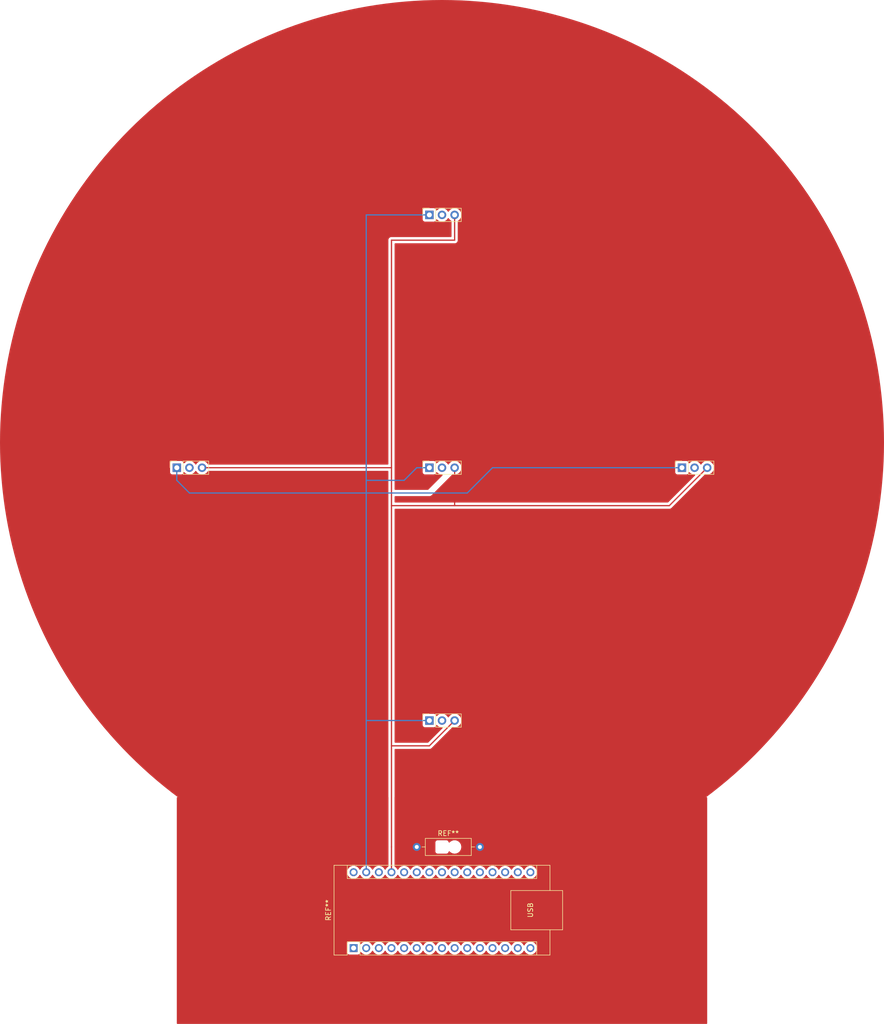
<source format=kicad_pcb>
(kicad_pcb (version 20221018) (generator pcbnew)
  (layers (0 "F.Cu" signal) (1 "In1.Cu" signal "Fi.Cu") (2 "In2.Cu" signal "Bi.Cu") (31 "B.Cu" signal) (34 "B.Paste" user) (35 "F.Paste" user) (36 "B.SilkS" user "B.Silkscreen") (37 "F.SilkS" user "F.Silkscreen") (38 "B.Mask" user) (39 "F.Mask" user) (44 "Edge.Cuts" user))
  (net 0 "")
  (footprint "Connector_PinSocket_2.54mm:PinSocket_1x03_P2.54mm_Vertical" (layer "F.Cu") (at 152.4 137.16 90)
    (fp_text reference "REF**" hide)
    (fp_text value "PinSocket_1x03_P2.54mm_Vertical" hide)
    (fp_line (start -1.33 1.27) (end -1.33 6.41) (stroke (width 0.12)) (layer "F.SilkS"))
    (fp_line (start -1.33 1.27) (end 1.33 1.27) (stroke (width 0.12)) (layer "F.SilkS"))
    (fp_line (start -1.33 6.41) (end 1.33 6.41) (stroke (width 0.12)) (layer "F.SilkS"))
    (fp_line (start 0 -1.33) (end 1.33 -1.33) (stroke (width 0.12)) (layer "F.SilkS"))
    (fp_line (start 1.33 -1.33) (end 1.33 0) (stroke (width 0.12)) (layer "F.SilkS"))
    (fp_line (start 1.33 1.27) (end 1.33 6.41) (stroke (width 0.12)) (layer "F.SilkS"))
    (pad "1" thru_hole rect (at 0 0 90) (size 1.7 1.7) (drill 1) (layers "*.Cu" "*.Mask"))
    (pad "2" thru_hole oval (at 0 2.54 90) (size 1.7 1.7) (drill 1) (layers "*.Cu" "*.Mask"))
    (pad "3" thru_hole oval (at 0 5.08 90) (size 1.7 1.7) (drill 1) (layers "*.Cu" "*.Mask"))
  )
  (footprint "Connector_PinSocket_2.54mm:PinSocket_1x03_P2.54mm_Vertical" (layer "F.Cu") (at 254 137.16 90)
    (fp_text reference "REF**" hide)
    (fp_text value "PinSocket_1x03_P2.54mm_Vertical" hide)
    (fp_line (start -1.33 1.27) (end -1.33 6.41) (stroke (width 0.12)) (layer "F.SilkS"))
    (fp_line (start -1.33 1.27) (end 1.33 1.27) (stroke (width 0.12)) (layer "F.SilkS"))
    (fp_line (start -1.33 6.41) (end 1.33 6.41) (stroke (width 0.12)) (layer "F.SilkS"))
    (fp_line (start 0 -1.33) (end 1.33 -1.33) (stroke (width 0.12)) (layer "F.SilkS"))
    (fp_line (start 1.33 -1.33) (end 1.33 0) (stroke (width 0.12)) (layer "F.SilkS"))
    (fp_line (start 1.33 1.27) (end 1.33 6.41) (stroke (width 0.12)) (layer "F.SilkS"))
    (pad "1" thru_hole rect (at 0 0 90) (size 1.7 1.7) (drill 1) (layers "*.Cu" "*.Mask"))
    (pad "2" thru_hole oval (at 0 2.54 90) (size 1.7 1.7) (drill 1) (layers "*.Cu" "*.Mask"))
    (pad "3" thru_hole oval (at 0 5.08 90) (size 1.7 1.7) (drill 1) (layers "*.Cu" "*.Mask"))
  )
  (footprint "Connector_PinSocket_2.54mm:PinSocket_1x03_P2.54mm_Vertical" (layer "F.Cu") (at 203.2 137.16 90)
    (fp_text reference "REF**" hide)
    (fp_text value "PinSocket_1x03_P2.54mm_Vertical" hide)
    (fp_line (start -1.33 1.27) (end -1.33 6.41) (stroke (width 0.12)) (layer "F.SilkS"))
    (fp_line (start -1.33 1.27) (end 1.33 1.27) (stroke (width 0.12)) (layer "F.SilkS"))
    (fp_line (start -1.33 6.41) (end 1.33 6.41) (stroke (width 0.12)) (layer "F.SilkS"))
    (fp_line (start 0 -1.33) (end 1.33 -1.33) (stroke (width 0.12)) (layer "F.SilkS"))
    (fp_line (start 1.33 -1.33) (end 1.33 0) (stroke (width 0.12)) (layer "F.SilkS"))
    (fp_line (start 1.33 1.27) (end 1.33 6.41) (stroke (width 0.12)) (layer "F.SilkS"))
    (pad "1" thru_hole rect (at 0 0 90) (size 1.7 1.7) (drill 1) (layers "*.Cu" "*.Mask"))
    (pad "2" thru_hole oval (at 0 2.54 90) (size 1.7 1.7) (drill 1) (layers "*.Cu" "*.Mask"))
    (pad "3" thru_hole oval (at 0 5.08 90) (size 1.7 1.7) (drill 1) (layers "*.Cu" "*.Mask"))
  )
  (footprint "Resistor_THT:R_Axial_DIN0309_L9.0mm_D3.2mm_P12.70mm_Horizontal" (layer "F.Cu") (at 200.66 213.36)
    (fp_text reference "REF**" (at 6.35 -2.72) (layer "F.SilkS"))
    (fp_text value "R_Axial_DIN0309_L9.0mm_D3.2mm_P12.70mm_Horizontal")
    (fp_line (start 1.04 0) (end 1.73 0) (stroke (width 0.12)) (layer "F.SilkS"))
    (fp_line (start 1.73 -1.72) (end 1.73 1.72) (stroke (width 0.12)) (layer "F.SilkS"))
    (fp_line (start 1.73 1.72) (end 10.97 1.72) (stroke (width 0.12)) (layer "F.SilkS"))
    (fp_line (start 10.97 -1.72) (end 1.73 -1.72) (stroke (width 0.12)) (layer "F.SilkS"))
    (fp_line (start 10.97 1.72) (end 10.97 -1.72) (stroke (width 0.12)) (layer "F.SilkS"))
    (fp_line (start 11.66 0) (end 10.97 0) (stroke (width 0.12)) (layer "F.SilkS"))
    (pad "1" thru_hole circle (at 0 0) (size 1.6 1.6) (drill 0.8) (layers "*.Cu" "*.Mask"))
    (pad "2" thru_hole oval (at 12.7 0) (size 1.6 1.6) (drill 0.8) (layers "*.Cu" "*.Mask"))
  )
  (footprint "Connector_PinSocket_2.54mm:PinSocket_1x03_P2.54mm_Vertical" (layer "F.Cu") (at 203.2 86.36 90)
    (fp_text reference "REF**" hide)
    (fp_text value "PinSocket_1x03_P2.54mm_Vertical" hide)
    (fp_line (start -1.33 1.27) (end -1.33 6.41) (stroke (width 0.12)) (layer "F.SilkS"))
    (fp_line (start -1.33 1.27) (end 1.33 1.27) (stroke (width 0.12)) (layer "F.SilkS"))
    (fp_line (start -1.33 6.41) (end 1.33 6.41) (stroke (width 0.12)) (layer "F.SilkS"))
    (fp_line (start 0 -1.33) (end 1.33 -1.33) (stroke (width 0.12)) (layer "F.SilkS"))
    (fp_line (start 1.33 -1.33) (end 1.33 0) (stroke (width 0.12)) (layer "F.SilkS"))
    (fp_line (start 1.33 1.27) (end 1.33 6.41) (stroke (width 0.12)) (layer "F.SilkS"))
    (pad "1" thru_hole rect (at 0 0 90) (size 1.7 1.7) (drill 1) (layers "*.Cu" "*.Mask"))
    (pad "2" thru_hole oval (at 0 2.54 90) (size 1.7 1.7) (drill 1) (layers "*.Cu" "*.Mask"))
    (pad "3" thru_hole oval (at 0 5.08 90) (size 1.7 1.7) (drill 1) (layers "*.Cu" "*.Mask"))
  )
  (footprint "Connector_PinSocket_2.54mm:PinSocket_1x03_P2.54mm_Vertical" (layer "F.Cu") (at 203.2 187.96 90)
    (fp_text reference "REF**" hide)
    (fp_text value "PinSocket_1x03_P2.54mm_Vertical" hide)
    (fp_line (start -1.33 1.27) (end -1.33 6.41) (stroke (width 0.12)) (layer "F.SilkS"))
    (fp_line (start -1.33 1.27) (end 1.33 1.27) (stroke (width 0.12)) (layer "F.SilkS"))
    (fp_line (start -1.33 6.41) (end 1.33 6.41) (stroke (width 0.12)) (layer "F.SilkS"))
    (fp_line (start 0 -1.33) (end 1.33 -1.33) (stroke (width 0.12)) (layer "F.SilkS"))
    (fp_line (start 1.33 -1.33) (end 1.33 0) (stroke (width 0.12)) (layer "F.SilkS"))
    (fp_line (start 1.33 1.27) (end 1.33 6.41) (stroke (width 0.12)) (layer "F.SilkS"))
    (pad "1" thru_hole rect (at 0 0 90) (size 1.7 1.7) (drill 1) (layers "*.Cu" "*.Mask"))
    (pad "2" thru_hole oval (at 0 2.54 90) (size 1.7 1.7) (drill 1) (layers "*.Cu" "*.Mask"))
    (pad "3" thru_hole oval (at 0 5.08 90) (size 1.7 1.7) (drill 1) (layers "*.Cu" "*.Mask"))
  )
  (footprint "Module:Arduino_Nano" (layer "F.Cu") (at 187.96 233.68 90)
    (fp_text reference "REF**" (at 7.62 -5.08 90) (layer "F.SilkS"))
    (fp_text value "Arduino_Nano")
    (fp_text user "USB" (at 7.62 35.56 90 unlocked) (layer "F.SilkS"))
    (fp_line (start -1.4 -3.94) (end -1.4 -1.27) (stroke (width 0.12)) (layer "F.SilkS"))
    (fp_line (start -1.4 1.27) (end -1.4 39.5) (stroke (width 0.12)) (layer "F.SilkS"))
    (fp_line (start -1.4 39.5) (end 3.68 39.5) (stroke (width 0.12)) (layer "F.SilkS"))
    (fp_line (start 1.27 -1.27) (end -1.4 -1.27) (stroke (width 0.12)) (layer "F.SilkS"))
    (fp_line (start 1.27 1.27) (end -1.4 1.27) (stroke (width 0.12)) (layer "F.SilkS"))
    (fp_line (start 1.27 1.27) (end 1.27 -1.27) (stroke (width 0.12)) (layer "F.SilkS"))
    (fp_line (start 1.27 1.27) (end 1.27 36.83) (stroke (width 0.12)) (layer "F.SilkS"))
    (fp_line (start 1.27 36.83) (end -1.4 36.83) (stroke (width 0.12)) (layer "F.SilkS"))
    (fp_line (start 3.68 31.62) (end 11.56 31.62) (stroke (width 0.12)) (layer "F.SilkS"))
    (fp_line (start 3.68 42.04) (end 3.68 31.62) (stroke (width 0.12)) (layer "F.SilkS"))
    (fp_line (start 11.56 31.62) (end 11.56 42.04) (stroke (width 0.12)) (layer "F.SilkS"))
    (fp_line (start 11.56 42.04) (end 3.68 42.04) (stroke (width 0.12)) (layer "F.SilkS"))
    (fp_line (start 13.97 -1.27) (end 13.97 36.83) (stroke (width 0.12)) (layer "F.SilkS"))
    (fp_line (start 13.97 -1.27) (end 16.64 -1.27) (stroke (width 0.12)) (layer "F.SilkS"))
    (fp_line (start 13.97 36.83) (end 16.64 36.83) (stroke (width 0.12)) (layer "F.SilkS"))
    (fp_line (start 16.64 -3.94) (end -1.4 -3.94) (stroke (width 0.12)) (layer "F.SilkS"))
    (fp_line (start 16.64 39.5) (end 11.56 39.5) (stroke (width 0.12)) (layer "F.SilkS"))
    (fp_line (start 16.64 39.5) (end 16.64 -3.94) (stroke (width 0.12)) (layer "F.SilkS"))
    (pad "1" thru_hole rect (at 0 0 90) (size 1.6 1.6) (drill 1) (layers "*.Cu" "*.Mask"))
    (pad "2" thru_hole oval (at 0 2.54 90) (size 1.6 1.6) (drill 1) (layers "*.Cu" "*.Mask"))
    (pad "3" thru_hole oval (at 0 5.08 90) (size 1.6 1.6) (drill 1) (layers "*.Cu" "*.Mask"))
    (pad "4" thru_hole oval (at 0 7.62 90) (size 1.6 1.6) (drill 1) (layers "*.Cu" "*.Mask"))
    (pad "5" thru_hole oval (at 0 10.16 90) (size 1.6 1.6) (drill 1) (layers "*.Cu" "*.Mask"))
    (pad "6" thru_hole oval (at 0 12.7 90) (size 1.6 1.6) (drill 1) (layers "*.Cu" "*.Mask"))
    (pad "7" thru_hole oval (at 0 15.24 90) (size 1.6 1.6) (drill 1) (layers "*.Cu" "*.Mask"))
    (pad "8" thru_hole oval (at 0 17.78 90) (size 1.6 1.6) (drill 1) (layers "*.Cu" "*.Mask"))
    (pad "9" thru_hole oval (at 0 20.32 90) (size 1.6 1.6) (drill 1) (layers "*.Cu" "*.Mask"))
    (pad "10" thru_hole oval (at 0 22.86 90) (size 1.6 1.6) (drill 1) (layers "*.Cu" "*.Mask"))
    (pad "11" thru_hole oval (at 0 25.4 90) (size 1.6 1.6) (drill 1) (layers "*.Cu" "*.Mask"))
    (pad "12" thru_hole oval (at 0 27.94 90) (size 1.6 1.6) (drill 1) (layers "*.Cu" "*.Mask"))
    (pad "13" thru_hole oval (at 0 30.48 90) (size 1.6 1.6) (drill 1) (layers "*.Cu" "*.Mask"))
    (pad "14" thru_hole oval (at 0 33.02 90) (size 1.6 1.6) (drill 1) (layers "*.Cu" "*.Mask"))
    (pad "15" thru_hole oval (at 0 35.56 90) (size 1.6 1.6) (drill 1) (layers "*.Cu" "*.Mask"))
    (pad "16" thru_hole oval (at 15.24 35.56 90) (size 1.6 1.6) (drill 1) (layers "*.Cu" "*.Mask"))
    (pad "17" thru_hole oval (at 15.24 33.02 90) (size 1.6 1.6) (drill 1) (layers "*.Cu" "*.Mask"))
    (pad "18" thru_hole oval (at 15.24 30.48 90) (size 1.6 1.6) (drill 1) (layers "*.Cu" "*.Mask"))
    (pad "19" thru_hole oval (at 15.24 27.94 90) (size 1.6 1.6) (drill 1) (layers "*.Cu" "*.Mask"))
    (pad "20" thru_hole oval (at 15.24 25.4 90) (size 1.6 1.6) (drill 1) (layers "*.Cu" "*.Mask"))
    (pad "21" thru_hole oval (at 15.24 22.86 90) (size 1.6 1.6) (drill 1) (layers "*.Cu" "*.Mask"))
    (pad "22" thru_hole oval (at 15.24 20.32 90) (size 1.6 1.6) (drill 1) (layers "*.Cu" "*.Mask"))
    (pad "23" thru_hole oval (at 15.24 17.78 90) (size 1.6 1.6) (drill 1) (layers "*.Cu" "*.Mask"))
    (pad "24" thru_hole oval (at 15.24 15.24 90) (size 1.6 1.6) (drill 1) (layers "*.Cu" "*.Mask"))
    (pad "25" thru_hole oval (at 15.24 12.7 90) (size 1.6 1.6) (drill 1) (layers "*.Cu" "*.Mask"))
    (pad "26" thru_hole oval (at 15.24 10.16 90) (size 1.6 1.6) (drill 1) (layers "*.Cu" "*.Mask"))
    (pad "27" thru_hole oval (at 15.24 7.62 90) (size 1.6 1.6) (drill 1) (layers "*.Cu" "*.Mask"))
    (pad "28" thru_hole oval (at 15.24 5.08 90) (size 1.6 1.6) (drill 1) (layers "*.Cu" "*.Mask"))
    (pad "29" thru_hole oval (at 15.24 2.54 90) (size 1.6 1.6) (drill 1) (layers "*.Cu" "*.Mask"))
    (pad "30" thru_hole oval (at 15.24 0 90) (size 1.6 1.6) (drill 1) (layers "*.Cu" "*.Mask"))
  )
  (segment (start 157.48 137.16) (end 195.58 137.16) (width 0.24892) (layer "F.Cu") (net 0))
  (segment (start 208.28 187.96) (end 203.2 193.04) (width 0.24892) (layer "F.Cu") (net 0))
  (segment (start 259.08 137.16) (end 251.46 144.78) (width 0.24892) (layer "F.Cu") (net 0))
  (segment (start 251.46 144.78) (end 195.58 144.78) (width 0.24892) (layer "F.Cu") (net 0))
  (segment (start 208.28 91.44) (end 208.28 86.36) (width 0.24892) (layer "F.Cu") (net 0))
  (segment (start 195.58 218.44) (end 195.58 213.36) (width 0.24892) (layer "F.Cu") (net 0))
  (segment (start 203.2 193.04) (end 195.58 193.04) (width 0.24892) (layer "F.Cu") (net 0))
  (segment (start 195.58 213.36) (end 195.58 91.44) (width 0.24892) (layer "F.Cu") (net 0))
  (segment (start 208.28 137.16) (end 208.28 144.78) (width 0.24892) (layer "F.Cu") (net 0))
  (segment (start 195.58 91.44) (end 208.28 91.44) (width 0.24892) (layer "F.Cu") (net 0))
  (segment (start 198.12 139.7) (end 190.5 139.7) (width 0.24892) (layer "B.Cu") (net 0))
  (segment (start 190.5 218.44) (end 190.5 139.7) (width 0.24892) (layer "B.Cu") (net 0))
  (segment (start 190.5 86.36) (end 203.2 86.36) (width 0.24892) (layer "B.Cu") (net 0))
  (segment (start 152.4 139.7) (end 154.94 142.24) (width 0.24892) (layer "B.Cu") (net 0))
  (segment (start 152.4 137.16) (end 152.4 139.7) (width 0.24892) (layer "B.Cu") (net 0))
  (segment (start 203.2 137.16) (end 200.66 137.16) (width 0.24892) (layer "B.Cu") (net 0))
  (segment (start 203.2 187.96) (end 190.5 187.96) (width 0.24892) (layer "B.Cu") (net 0))
  (segment (start 254 137.16) (end 215.9 137.16) (width 0.24892) (layer "B.Cu") (net 0))
  (segment (start 200.66 137.16) (end 198.12 139.7) (width 0.24892) (layer "B.Cu") (net 0))
  (segment (start 154.94 142.24) (end 190.5 142.24) (width 0.24892) (layer "B.Cu") (net 0))
  (segment (start 210.82 142.24) (end 190.5 142.24) (width 0.24892) (layer "B.Cu") (net 0))
  (segment (start 190.5 139.7) (end 190.5 86.36) (width 0.24892) (layer "B.Cu") (net 0))
  (segment (start 215.9 137.16) (end 210.82 142.24) (width 0.24892) (layer "B.Cu") (net 0))
  (zone (net 0) (net_name "") (layer "F.Cu") (connect_pads (clearance 0.5)) (min_thickness 0.25) (fill yes (thermal_gap 0.5) (thermal_bridge_width 0.5) (island_removal_mode 1) (island_area_min 9.999999))
    (polygon (pts (xy 294.64 132.08) (xy 294.619972 130.193063) (xy 294.559898 128.306977) (xy 294.459805 126.422591) (xy 294.319737 124.540753) (xy 294.139758 122.662313) (xy 293.919949 120.788116) (xy 293.660409 118.919006) (xy 293.361254 117.055827) (xy 293.022621 115.199417) (xy 292.644661 113.350613) (xy 292.227544 111.510248) (xy 291.771459 109.67915) (xy 291.276611 107.858146) (xy 290.743223 106.048056) (xy 290.171535 104.249694) (xy 289.561805 102.463872) (xy 288.914308 100.691394) (xy 288.229335 98.933059) (xy 287.507194 97.189659) (xy 286.748213 95.461979) (xy 285.952731 93.750798) (xy 285.121109 92.056887) (xy 284.25372 90.381009) (xy 283.350955 88.723919) (xy 282.413221 87.086365) (xy 281.44094 85.469082) (xy 280.434552 83.872802) (xy 279.394508 82.298242) (xy 278.321278 80.746111) (xy 277.215345 79.217111) (xy 276.077208 77.711928) (xy 274.907379 76.231242) (xy 273.706385 74.77572) (xy 272.474768 73.346017) (xy 271.213082 71.942778) (xy 269.921897 70.566635) (xy 268.601793 69.218207) (xy 267.253365 67.898103) (xy 265.877222 66.606918) (xy 264.473983 65.345232) (xy 263.04428 64.113615) (xy 261.588758 62.912621) (xy 260.108072 61.742792) (xy 258.602889 60.604655) (xy 257.073889 59.498722) (xy 255.521758 58.425492) (xy 253.947198 57.385448) (xy 252.350918 56.37906) (xy 250.733635 55.406779) (xy 249.096081 54.469045) (xy 247.438991 53.56628) (xy 245.763113 52.698891) (xy 244.069202 51.867269) (xy 242.358021 51.071787) (xy 240.630341 50.312806) (xy 238.886941 49.590665) (xy 237.128606 48.905692) (xy 235.356128 48.258195) (xy 233.570306 47.648465) (xy 231.771944 47.076777) (xy 229.961854 46.543389) (xy 228.14085 46.048541) (xy 226.309752 45.592456) (xy 224.469387 45.175339) (xy 222.620583 44.797379) (xy 220.764173 44.458746) (xy 218.900994 44.159591) (xy 217.031884 43.900051) (xy 215.157687 43.680242) (xy 213.279247 43.500263) (xy 211.397409 43.360195) (xy 209.513023 43.260102) (xy 207.626937 43.200028) (xy 205.74 43.18) (xy 203.853063 43.200028) (xy 201.966977 43.260102) (xy 200.082591 43.360195) (xy 198.200753 43.500263) (xy 196.322313 43.680242) (xy 194.448116 43.900051) (xy 192.579006 44.159591) (xy 190.715827 44.458746) (xy 188.859417 44.797379) (xy 187.010613 45.175339) (xy 185.170248 45.592456) (xy 183.33915 46.048541) (xy 181.518146 46.543389) (xy 179.708056 47.076777) (xy 177.909694 47.648465) (xy 176.123872 48.258195) (xy 174.351394 48.905692) (xy 172.593059 49.590665) (xy 170.849659 50.312806) (xy 169.121979 51.071787) (xy 167.410798 51.867269) (xy 165.716887 52.698891) (xy 164.041009 53.56628) (xy 162.383919 54.469045) (xy 160.746365 55.406779) (xy 159.129082 56.37906) (xy 157.532802 57.385448) (xy 155.958242 58.425492) (xy 154.406111 59.498722) (xy 152.877111 60.604655) (xy 151.371928 61.742792) (xy 149.891242 62.912621) (xy 148.43572 64.113615) (xy 147.006017 65.345232) (xy 145.602778 66.606918) (xy 144.226635 67.898103) (xy 142.878207 69.218207) (xy 141.558103 70.566635) (xy 140.266918 71.942778) (xy 139.005232 73.346017) (xy 137.773615 74.77572) (xy 136.572621 76.231242) (xy 135.402792 77.711928) (xy 134.264655 79.217111) (xy 133.158722 80.746111) (xy 132.085492 82.298242) (xy 131.045448 83.872802) (xy 130.03906 85.469082) (xy 129.066779 87.086365) (xy 128.129045 88.723919) (xy 127.22628 90.381009) (xy 126.358891 92.056887) (xy 125.527269 93.750798) (xy 124.731787 95.461979) (xy 123.972806 97.189659) (xy 123.250665 98.933059) (xy 122.565692 100.691394) (xy 121.918195 102.463872) (xy 121.308465 104.249694) (xy 120.736777 106.048056) (xy 120.203389 107.858146) (xy 119.708541 109.67915) (xy 119.252456 111.510248) (xy 118.835339 113.350613) (xy 118.457379 115.199417) (xy 118.118746 117.055827) (xy 117.819591 118.919006) (xy 117.560051 120.788116) (xy 117.340242 122.662313) (xy 117.160263 124.540753) (xy 117.020195 126.422591) (xy 116.920102 128.306977) (xy 116.860028 130.193063) (xy 116.84 132.08) (xy 116.860028 133.966937) (xy 116.920102 135.853023) (xy 117.020195 137.737409) (xy 117.160263 139.619247) (xy 117.340242 141.497687) (xy 117.560051 143.371884) (xy 117.819591 145.240994) (xy 118.118746 147.104173) (xy 118.457379 148.960583) (xy 118.835339 150.809387) (xy 119.252456 152.649752) (xy 119.708541 154.48085) (xy 120.203389 156.301854) (xy 120.736777 158.111944) (xy 121.308465 159.910306) (xy 121.918195 161.696128) (xy 122.565692 163.468606) (xy 123.250665 165.226941) (xy 123.972806 166.970341) (xy 124.731787 168.698021) (xy 125.527269 170.409202) (xy 126.358891 172.103113) (xy 127.22628 173.778991) (xy 128.129045 175.436081) (xy 129.066779 177.073635) (xy 130.03906 178.690918) (xy 131.045448 180.287198) (xy 132.085492 181.861758) (xy 133.158722 183.413889) (xy 134.264655 184.942889) (xy 135.402792 186.448072) (xy 136.572621 187.928758) (xy 137.773615 189.38428) (xy 139.005232 190.813983) (xy 140.266918 192.217222) (xy 141.558103 193.593365) (xy 142.878207 194.941793) (xy 144.226635 196.261897) (xy 145.602778 197.553082) (xy 147.006017 198.814768) (xy 148.43572 200.046385) (xy 149.891242 201.247379) (xy 151.371928 202.417208) (xy 152.877111 203.555345) (xy 154.406111 204.661278) (xy 155.958242 205.734508) (xy 157.532802 206.774552) (xy 159.129082 207.78094) (xy 160.746365 208.753221) (xy 162.383919 209.690955) (xy 164.041009 210.59372) (xy 165.716887 211.461109) (xy 167.410798 212.292731) (xy 169.121979 213.088213) (xy 170.849659 213.847194) (xy 172.593059 214.569335) (xy 174.351394 215.254308) (xy 176.123872 215.901805) (xy 177.909694 216.511535) (xy 179.708056 217.083223) (xy 181.518146 217.616611) (xy 183.33915 218.111459) (xy 185.170248 218.567544) (xy 187.010613 218.984661) (xy 188.859417 219.362621) (xy 190.715827 219.701254) (xy 192.579006 220.000409) (xy 194.448116 220.259949) (xy 196.322313 220.479758) (xy 198.200753 220.659737) (xy 200.082591 220.799805) (xy 201.966977 220.899898) (xy 203.853063 220.959972) (xy 205.74 220.98) (xy 207.626937 220.959972) (xy 209.513023 220.899898) (xy 211.397409 220.799805) (xy 213.279247 220.659737) (xy 215.157687 220.479758) (xy 217.031884 220.259949) (xy 218.900994 220.000409) (xy 220.764173 219.701254) (xy 222.620583 219.362621) (xy 224.469387 218.984661) (xy 226.309752 218.567544) (xy 228.14085 218.111459) (xy 229.961854 217.616611) (xy 231.771944 217.083223) (xy 233.570306 216.511535) (xy 235.356128 215.901805) (xy 237.128606 215.254308) (xy 238.886941 214.569335) (xy 240.630341 213.847194) (xy 242.358021 213.088213) (xy 244.069202 212.292731) (xy 245.763113 211.461109) (xy 247.438991 210.59372) (xy 249.096081 209.690955) (xy 250.733635 208.753221) (xy 252.350918 207.78094) (xy 253.947198 206.774552) (xy 255.521758 205.734508) (xy 257.073889 204.661278) (xy 258.602889 203.555345) (xy 260.108072 202.417208) (xy 261.588758 201.247379) (xy 263.04428 200.046385) (xy 264.473983 198.814768) (xy 265.877222 197.553082) (xy 267.253365 196.261897) (xy 268.601793 194.941793) (xy 269.921897 193.593365) (xy 271.213082 192.217222) (xy 272.474768 190.813983) (xy 273.706385 189.38428) (xy 274.907379 187.928758) (xy 276.077208 186.448072) (xy 277.215345 184.942889) (xy 278.321278 183.413889) (xy 279.394508 181.861758) (xy 280.434552 180.287198) (xy 281.44094 178.690918) (xy 282.413221 177.073635) (xy 283.350955 175.436081) (xy 284.25372 173.778991) (xy 285.121109 172.103113) (xy 285.952731 170.409202) (xy 286.748213 168.698021) (xy 287.507194 166.970341) (xy 288.229335 165.226941) (xy 288.914308 163.468606) (xy 289.561805 161.696128) (xy 290.171535 159.910306) (xy 290.743223 158.111944) (xy 291.276611 156.301854) (xy 291.771459 154.48085) (xy 292.227544 152.649752) (xy 292.644661 150.809387) (xy 293.022621 148.960583) (xy 293.361254 147.104173) (xy 293.660409 145.240994) (xy 293.919949 143.371884) (xy 294.139758 141.497687) (xy 294.319737 139.619247) (xy 294.459805 137.737409) (xy 294.559898 135.853023) (xy 294.619972 133.966937) (xy 294.64 132.08)))
  )
  (zone (net 0) (net_name "") (layer "F.Cu") (connect_pads (clearance 0.5)) (min_thickness 0.25) (fill yes (thermal_gap 0.5) (thermal_bridge_width 0.5) (island_removal_mode 1) (island_area_min 9.999999))
    (polygon (pts (xy 152.4 203.34401) (xy 259.08 203.34401) (xy 259.08 248.92) (xy 152.4 248.92)))
  )
)
</source>
